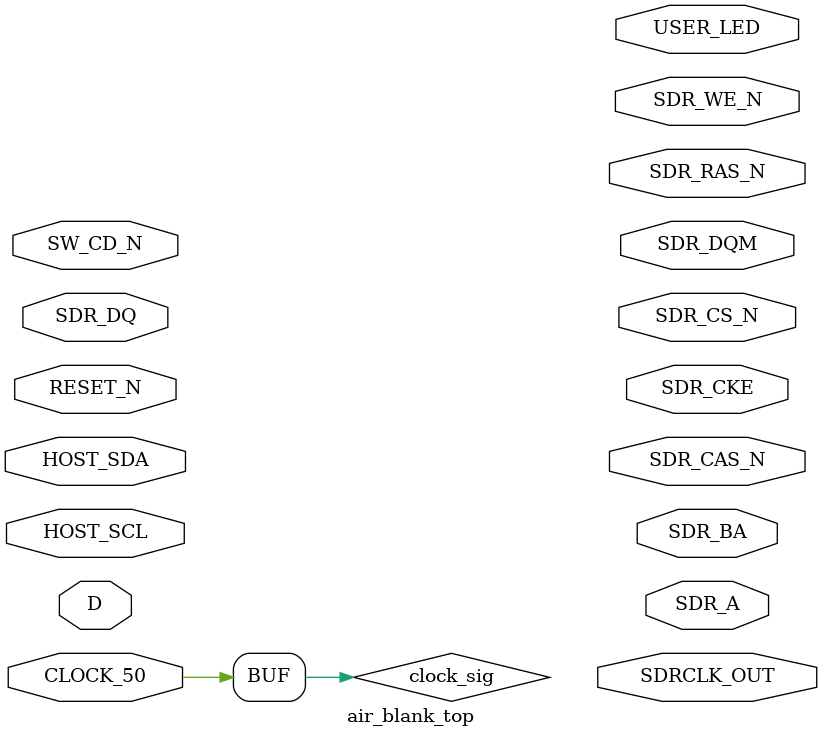
<source format=v>


module air_blank_top(
	// clk and system reset
	input wire			CLOCK_50,
	input wire			RESET_N,

	// Interface: Host communication
	inout wire			HOST_SCL,
	inout wire			HOST_SDA,

	// Interface: SD-card Detect
	input wire			SW_CD_N,

	// Interface: SDRAM
	output wire			SDRCLK_OUT,
	output wire			SDR_CKE,
	output wire			SDR_CS_N,
	output wire			SDR_RAS_N,
	output wire			SDR_CAS_N,
	output wire			SDR_WE_N,
	output wire [12:0]	SDR_A,
	output wire [1:0]	SDR_BA,
	inout wire  [15:0]	SDR_DQ,
	output wire [1:0]	SDR_DQM,

	// GPIO
	inout wire  [27:0]	D,

	// OnBoard LED
	output wire [1:0]	USER_LED
);


/* ===== 外部変更可能パラメータ ========== */



/* ----- 内部パラメータ ------------------ */


/* ※以降のパラメータ宣言は禁止※ */

/* ===== ノード宣言 ====================== */
				/* 内部は全て正論理リセットとする。ここで定義していないノードの使用は禁止 */
	wire			reset_sig = ~RESET_N;			// モジュール内部駆動非同期リセット 

				/* 内部は全て正エッジ駆動とする。ここで定義していないクロックノードの使用は禁止 */
	wire			clock_sig = CLOCK_50;			// モジュール内部駆動クロック 



/* ※以降のwire、reg宣言は禁止※ */

/* ===== テスト記述 ============== */



/* ===== モジュール構造記述 ============== */




endmodule

</source>
